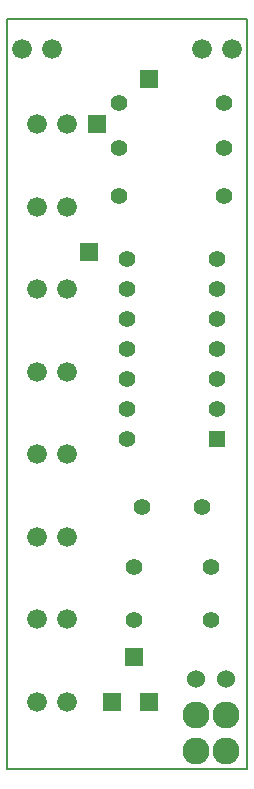
<source format=gts>
G04 (created by PCBNEW (2012-oct-18)-testing) date Mon 07 Oct 2013 03:49:21 PM EDT*
%MOIN*%
G04 Gerber Fmt 3.4, Leading zero omitted, Abs format*
%FSLAX34Y34*%
G01*
G70*
G90*
G04 APERTURE LIST*
%ADD10C,0.006*%
%ADD11C,0.00590551*%
%ADD12C,0.055*%
%ADD13R,0.055X0.055*%
%ADD14C,0.06*%
%ADD15C,0.09*%
%ADD16C,0.066*%
%ADD17R,0.06X0.06*%
G04 APERTURE END LIST*
G54D10*
G54D11*
X0Y0D02*
X0Y25000D01*
X8000Y0D02*
X0Y0D01*
X8000Y25000D02*
X8000Y0D01*
X0Y25000D02*
X8000Y25000D01*
G54D12*
X3750Y22200D03*
X7250Y22200D03*
X3750Y20700D03*
X7250Y20700D03*
G54D13*
X7000Y11000D03*
G54D12*
X7000Y12000D03*
X7000Y13000D03*
X7000Y14000D03*
X7000Y15000D03*
X7000Y16000D03*
X7000Y17000D03*
X4000Y17000D03*
X4000Y16000D03*
X4000Y15000D03*
X4000Y14000D03*
X4000Y13000D03*
X4000Y12000D03*
X4000Y11000D03*
X6500Y8750D03*
X4500Y8750D03*
X4250Y6750D03*
X4250Y4980D03*
X6810Y4980D03*
X6810Y6750D03*
G54D14*
X6300Y3000D03*
X7300Y3000D03*
G54D15*
X6300Y1800D03*
X7300Y1800D03*
X6300Y600D03*
X7300Y600D03*
G54D12*
X3750Y19100D03*
X7250Y19100D03*
G54D16*
X1500Y24000D03*
X500Y24000D03*
X7500Y24000D03*
X6500Y24000D03*
X2000Y21500D03*
X1000Y21500D03*
X2000Y18750D03*
X1000Y18750D03*
X2000Y16000D03*
X1000Y16000D03*
X2000Y13250D03*
X1000Y13250D03*
X2000Y10500D03*
X1000Y10500D03*
X2000Y7750D03*
X1000Y7750D03*
X2000Y5000D03*
X1000Y5000D03*
X2000Y2250D03*
X1000Y2250D03*
G54D17*
X3000Y21500D03*
X2750Y17250D03*
X4750Y23000D03*
X4250Y3750D03*
X4750Y2250D03*
X3500Y2250D03*
M02*

</source>
